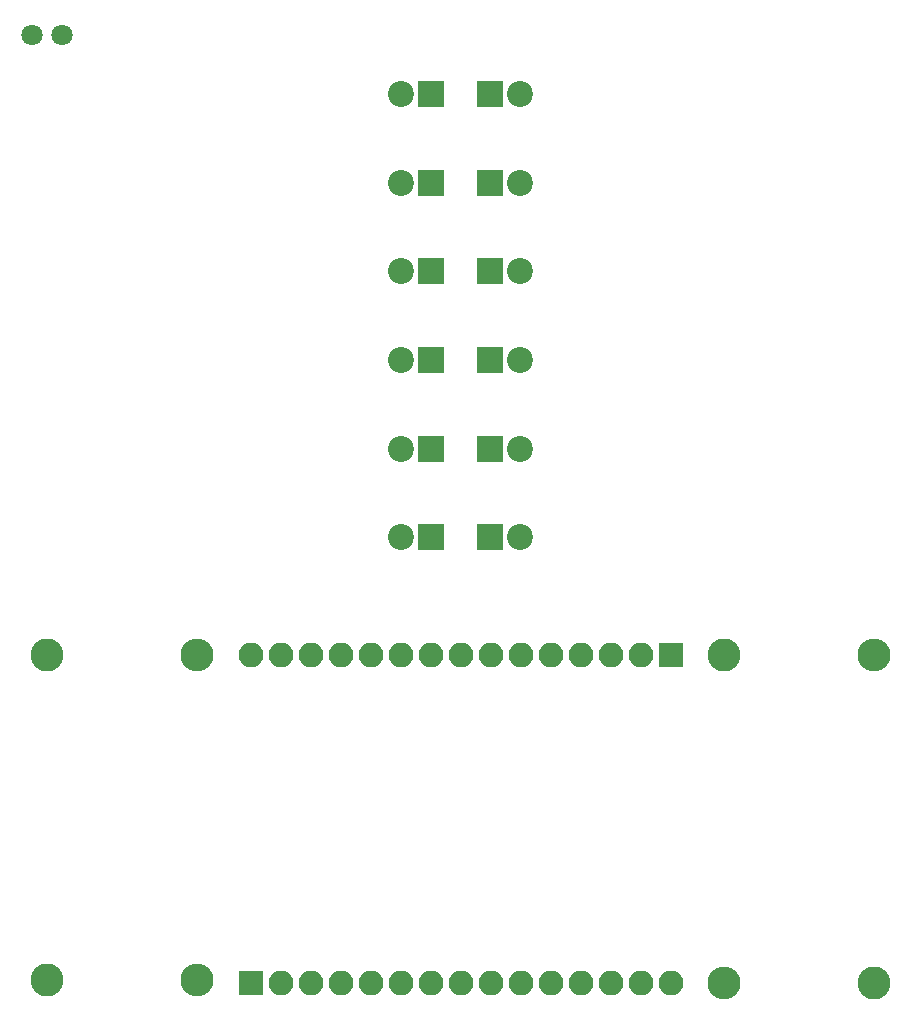
<source format=gbr>
G04 #@! TF.FileFunction,Soldermask,Bot*
%FSLAX46Y46*%
G04 Gerber Fmt 4.6, Leading zero omitted, Abs format (unit mm)*
G04 Created by KiCad (PCBNEW 4.0.6+dfsg1-1) date Fri Aug 24 17:23:30 2018*
%MOMM*%
%LPD*%
G01*
G04 APERTURE LIST*
%ADD10C,0.100000*%
%ADD11R,2.200000X2.200000*%
%ADD12C,2.200000*%
%ADD13R,2.100000X2.100000*%
%ADD14O,2.100000X2.100000*%
%ADD15C,1.797000*%
%ADD16C,2.800000*%
%ADD17O,2.800000X2.800000*%
G04 APERTURE END LIST*
D10*
D11*
X85000000Y-90000000D03*
D12*
X82460000Y-90000000D03*
D11*
X85000000Y-82500000D03*
D12*
X82460000Y-82500000D03*
D11*
X85000000Y-75000000D03*
D12*
X82460000Y-75000000D03*
D11*
X85000000Y-67500000D03*
D12*
X82460000Y-67500000D03*
D11*
X85000000Y-60000000D03*
D12*
X82460000Y-60000000D03*
D11*
X89960000Y-97500000D03*
D12*
X92500000Y-97500000D03*
D11*
X90000000Y-90000000D03*
D12*
X92540000Y-90000000D03*
D11*
X90000000Y-82500000D03*
D12*
X92540000Y-82500000D03*
D11*
X90000000Y-75000000D03*
D12*
X92540000Y-75000000D03*
D11*
X90000000Y-67500000D03*
D12*
X92540000Y-67500000D03*
D11*
X90000000Y-60000000D03*
D12*
X92540000Y-60000000D03*
D13*
X105310000Y-107500000D03*
D14*
X102770000Y-107500000D03*
X100230000Y-107500000D03*
X97690000Y-107500000D03*
X95150000Y-107500000D03*
X92610000Y-107500000D03*
X90070000Y-107500000D03*
X87530000Y-107500000D03*
X84990000Y-107500000D03*
X82450000Y-107500000D03*
X79910000Y-107500000D03*
X77370000Y-107500000D03*
X74830000Y-107500000D03*
X72290000Y-107500000D03*
X69750000Y-107500000D03*
D13*
X69750000Y-135250000D03*
D14*
X72290000Y-135250000D03*
X74830000Y-135250000D03*
X77370000Y-135250000D03*
X79910000Y-135250000D03*
X82450000Y-135250000D03*
X84990000Y-135250000D03*
X87530000Y-135250000D03*
X90070000Y-135250000D03*
X92610000Y-135250000D03*
X95150000Y-135250000D03*
X97690000Y-135250000D03*
X100230000Y-135250000D03*
X102770000Y-135250000D03*
X105310000Y-135250000D03*
D11*
X85000000Y-97500000D03*
D12*
X82460000Y-97500000D03*
D15*
X53770000Y-55000000D03*
X51230000Y-55000000D03*
D16*
X52500000Y-107500000D03*
D17*
X65200000Y-107500000D03*
D16*
X109800000Y-107500000D03*
D17*
X122500000Y-107500000D03*
D16*
X52500000Y-135000000D03*
D17*
X65200000Y-135000000D03*
D16*
X122500000Y-135250000D03*
D17*
X109800000Y-135250000D03*
M02*

</source>
